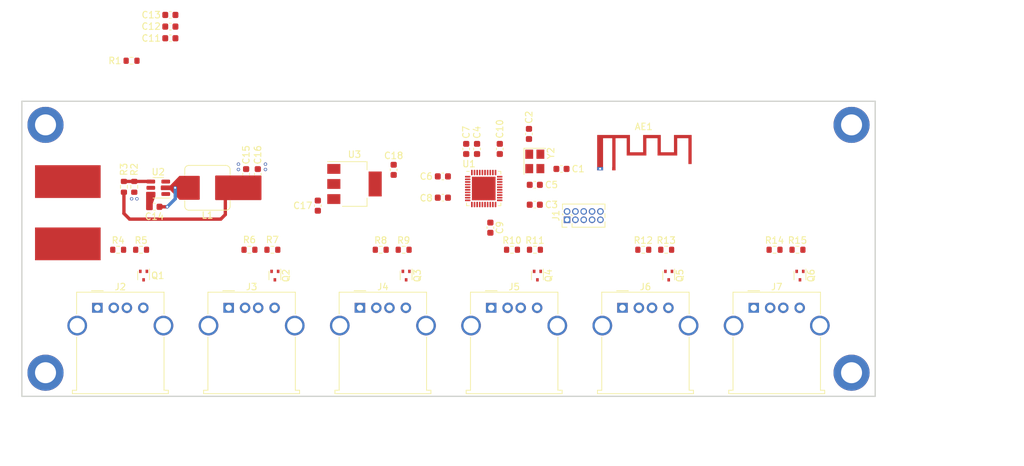
<source format=kicad_pcb>
(kicad_pcb (version 20221018) (generator pcbnew)
  (title_block (date "2023-12-17"))
  (layers (0 "F.Cu" signal) (31 "B.Cu" signal) (34 "B.Paste" user) (35 "F.Paste" user) (36 "B.SilkS" user "B.Silkscreen") (37 "F.SilkS" user "F.Silkscreen") (38 "B.Mask" user) (39 "F.Mask" user) (44 "Edge.Cuts" user))
  (net 0 "")
  (net 1 "GND")
  (net 2 "Net-(AE1-FEED)")
  (net 3 "Net-(U1-XC1)")
  (net 4 "Net-(U1-XC2)")
  (net 5 "Net-(U1-DEC5)")
  (net 6 "Net-(U1-DEC4)")
  (net 7 "Net-(U1-DEC3)")
  (net 8 "Net-(U1-DEC1)")
  (net 9 "+5V")
  (net 10 "VCC")
  (net 11 "/SWDIO")
  (net 12 "/SWDCLK")
  (net 16 "/~{RESET}")
  (net 19 "Net-(J2-GND)")
  (net 23 "Net-(J3-GND)")
  (net 27 "Net-(J4-GND)")
  (net 31 "Net-(J5-GND)")
  (net 35 "Net-(J6-GND)")
  (net 39 "Net-(J7-GND)")
  (net 41 "Net-(Q1-G)")
  (net 42 "Net-(Q2-G)")
  (net 43 "Net-(Q3-G)")
  (net 44 "Net-(Q4-G)")
  (net 45 "Net-(Q5-G)")
  (net 46 "Net-(Q6-G)")
  (net 47 "/USB Connectors/EN_1")
  (net 48 "/USB Connectors/EN_2")
  (net 49 "/USB Connectors/EN_3")
  (net 50 "/USB Connectors/EN_4")
  (net 51 "/USB Connectors/EN_5")
  (net 52 "/USB Connectors/EN_6")
  (net 68 "Net-(U2-VBST)")
  (net 69 "Net-(U2-SW)")
  (net 70 "Net-(U2-EN)")
  (net 71 "Net-(U2-VFB)")
  (net 72 "+3V3")
  (footprint "Capacitor_SMD:C_0603_1608Metric" (layer "F.Cu") (at 149.897 123.701 -90)
    (fp_text reference "C9" (at 0 -1.43 90) (layer "F.SilkS"))
    (fp_text value "0.1uF")
    (pad "1" smd roundrect (at -0.775 0 270) (size 0.9 0.95) (layers "F.Cu" "F.Paste" "F.Mask") (net 72 "+3V3"))
    (pad "2" smd roundrect (at 0.775 0 270) (size 0.9 0.95) (layers "F.Cu" "F.Paste" "F.Mask") (net 1 "GND"))
  )
  (footprint "Package_TO_SOT_SMD:SOT-223-3_TabPin2" (layer "F.Cu") (at 129.196 117.04)
    (fp_text reference "U3" (at 0 -4.5) (layer "F.SilkS"))
    (fp_text value "TLV1117LV33DCYR")
    (pad "1" smd rect (at -3.15 -2.3) (size 2 1.5) (layers "F.Cu" "F.Paste" "F.Mask") (net 1 "GND"))
    (pad "2" smd rect (at -3.15 0) (size 2 1.5) (layers "F.Cu" "F.Paste" "F.Mask") (net 72 "+3V3"))
    (pad "2" smd rect (at 3.15 0) (size 2 3.8) (layers "F.Cu" "F.Paste" "F.Mask") (net 72 "+3V3"))
    (pad "3" smd rect (at -3.15 2.3) (size 2 1.5) (layers "F.Cu" "F.Paste" "F.Mask") (net 9 "+5V"))
  )
  (footprint "Capacitor_SMD:C_0603_1608Metric" (layer "F.Cu") (at 101.142 93.037 180)
    (fp_text reference "C12" (at 2.934 0.03) (layer "F.SilkS"))
    (fp_text value "10uF")
    (pad "1" smd roundrect (at -0.775 0 180) (size 0.9 0.95) (layers "F.Cu" "F.Paste" "F.Mask") (net 10 "VCC"))
    (pad "2" smd roundrect (at 0.775 0 180) (size 0.9 0.95) (layers "F.Cu" "F.Paste" "F.Mask") (net 1 "GND"))
  )
  (footprint "Resistor_SMD:R_0603_1608Metric" (layer "F.Cu") (at 95.6426 117.4718 90)
    (fp_text reference "R2" (at 2.6416 0 90) (layer "F.SilkS"))
    (fp_text value "10K")
    (pad "1" smd roundrect (at -0.825 0 90) (size 0.8 0.95) (layers "F.Cu" "F.Paste" "F.Mask") (net 1 "GND"))
    (pad "2" smd roundrect (at 0.825 0 90) (size 0.8 0.95) (layers "F.Cu" "F.Paste" "F.Mask") (net 71 "Net-(U2-VFB)"))
  )
  (footprint "Capacitor_SMD:C_0603_1608Metric" (layer "F.Cu") (at 114.464 115.5414 -90)
    (fp_text reference "C16" (at -2.9464 0 90) (layer "F.SilkS"))
    (fp_text value "22uF")
    (pad "1" smd roundrect (at -0.775 0 270) (size 0.9 0.95) (layers "F.Cu" "F.Paste" "F.Mask") (net 1 "GND"))
    (pad "2" smd roundrect (at 0.775 0 270) (size 0.9 0.95) (layers "F.Cu" "F.Paste" "F.Mask") (net 9 "+5V"))
  )
  (footprint "Capacitor_SMD:C_0603_1608Metric" (layer "F.Cu") (at 123.608 120.342 -90)
    (fp_text reference "C17" (at 0 2.286 -180) (layer "F.SilkS"))
    (fp_text value "1uF")
    (pad "1" smd roundrect (at -0.775 0 270) (size 0.9 0.95) (layers "F.Cu" "F.Paste" "F.Mask") (net 9 "+5V"))
    (pad "2" smd roundrect (at 0.775 0 270) (size 0.9 0.95) (layers "F.Cu" "F.Paste" "F.Mask") (net 1 "GND"))
  )
  (footprint "Capacitor_SMD:C_0603_1608Metric" (layer "F.Cu") (at 135.165 114.881 90)
    (fp_text reference "C18" (at 2.159 0 180) (layer "F.SilkS"))
    (fp_text value "1uF")
    (pad "1" smd roundrect (at -0.775 0 90) (size 0.9 0.95) (layers "F.Cu" "F.Paste" "F.Mask") (net 72 "+3V3"))
    (pad "2" smd roundrect (at 0.775 0 90) (size 0.9 0.95) (layers "F.Cu" "F.Paste" "F.Mask") (net 1 "GND"))
  )
  (footprint "RF_Antenna:Texas_SWRA117D_2.4GHz_Right" (layer "F.Cu") (at 168.715 114.712)
    (fp_text reference "AE1" (at 4.55 -6.41) (layer "F.SilkS"))
    (fp_text value "Antenna")
    (fp_poly (pts (xy 2.45 -2.51) (xy 4.45 -2.51) (xy 4.45 -5.15) (xy 7.15 -5.15) (xy 7.15 -2.51) (xy 9.15 -2.51) (xy 9.15 -5.15) (xy 11.85 -5.15) (xy 11.85 -0.71) (xy 11.35 -0.71) (xy 11.35 -4.65) (xy 9.65 -4.65) (xy 9.65 -2.01) (xy 6.65 -2.01) (xy 6.65 -4.65) (xy 4.95 -4.65) (xy 4.95 -2.01) (xy 1.95 -2.01) (xy 1.95 -4.65) (xy 0.25 -4.65) (xy 0.25 0.25) (xy -0.25 0.25) (xy -0.25 -4.65) (xy -1.65 -4.65) (xy -1.65 0.25) (xy -2.55 0.25) (xy -2.55 0.006785) (xy -2.247583 0.006785) (xy -2.237742 0.054395) (xy -2.213674 0.096797) (xy -2.175731 0.129581) (xy -2.167819 0.133935) (xy -2.125156 0.146043) (xy -2.076637 0.1453) (xy -2.031122 0.1324) (xy -2.012511 0.121787) (xy -1.978868 0.086553) (xy -1.958309 0.041368) (xy -1.951778 -0.008158) (xy -1.960218 -0.056417) (xy -1.977112 -0.088643) (xy -2.012372 -0.121313) (xy -2.057682 -0.141408) (xy -2.107267 -0.147982) (xy -2.155353 -0.140092) (xy -2.188245 -0.123186) (xy -2.223185 -0.086416) (xy -2.242847 -0.041622) (xy -2.247583 0.006785) (xy -2.55 0.006785) (xy -2.55 -5.15) (xy 2.45 -5.15) (xy 2.45 -2.51)) (fill solid) (layer "F.Cu"))
    (pad "1" connect rect (at 0 0) (size 0.5 0.5) (layers "F.Cu") (net 2 "Net-(AE1-FEED)"))
    (pad "2" thru_hole rect (at -2.1 0) (size 0.9 0.5) (drill 0.3) (layers "*.Cu") (net 1 "GND"))
  )
  (footprint "Resistor_SMD:R_0603_1608Metric" (layer "F.Cu") (at 96.684 127.073)
    (fp_text reference "R5" (at 0 -1.43) (layer "F.SilkS"))
    (fp_text value "165")
    (pad "1" smd roundrect (at -0.825 0) (size 0.8 0.95) (layers "F.Cu" "F.Paste" "F.Mask") (net 47 "/USB Connectors/EN_1"))
    (pad "2" smd roundrect (at 0.825 0) (size 0.8 0.95) (layers "F.Cu" "F.Paste" "F.Mask") (net 41 "Net-(Q1-G)"))
  )
  (footprint "Connector_USB:USB_A_Molex_67643_Horizontal" (layer "F.Cu") (at 90.023 135.925)
    (fp_text reference "J2" (at 3.5 -3.19) (layer "F.SilkS"))
    (fp_text value "USB_A")
    (pad "1" thru_hole rect (at 0 0) (size 1.6 1.5) (drill 0.95) (layers "*.Cu" "*.Mask") (net 9 "+5V"))
    (pad "2" thru_hole circle (at 2.5 0) (size 1.6 1.6) (drill 0.95) (layers "*.Cu" "*.Mask"))
    (pad "3" thru_hole circle (at 4.5 0) (size 1.6 1.6) (drill 0.95) (layers "*.Cu" "*.Mask"))
    (pad "4" thru_hole circle (at 7 0) (size 1.6 1.6) (drill 0.95) (layers "*.Cu" "*.Mask") (net 19 "Net-(J2-GND)"))
    (pad "5" thru_hole circle (at -3.07 2.71) (size 3 3) (drill 2.3) (layers "*.Cu" "*.Mask"))
    (pad "5" thru_hole circle (at 10.07 2.71) (size 3 3) (drill 2.3) (layers "*.Cu" "*.Mask"))
  )
  (footprint "Resistor_SMD:R_0603_1608Metric" (layer "F.Cu") (at 153.191 127.073)
    (fp_text reference "R10" (at 0 -1.43) (layer "F.SilkS"))
    (fp_text value "10K")
    (pad "1" smd roundrect (at -0.825 0) (size 0.8 0.95) (layers "F.Cu" "F.Paste" "F.Mask") (net 1 "GND"))
    (pad "2" smd roundrect (at 0.825 0) (size 0.8 0.95) (layers "F.Cu" "F.Paste" "F.Mask") (net 50 "/USB Connectors/EN_4"))
  )
  (footprint "Package_TO_SOT_SMD:SOT-523" (layer "F.Cu") (at 137.065 131.01 -90)
    (fp_text reference "Q3" (at 0 -1.7 90) (layer "F.SilkS"))
    (fp_text value "DMG1012T")
    (pad "1" smd rect (at -0.645 -0.5 90) (size 0.51 0.4) (layers "F.Cu" "F.Paste" "F.Mask") (net 43 "Net-(Q3-G)"))
    (pad "2" smd rect (at -0.645 0.5 90) (size 0.51 0.4) (layers "F.Cu" "F.Paste" "F.Mask") (net 1 "GND"))
    (pad "3" smd rect (at 0.645 0 90) (size 0.51 0.4) (layers "F.Cu" "F.Paste" "F.Mask") (net 27 "Net-(J4-GND)"))
  )
  (footprint "Capacitor_SMD:C_0603_1608Metric" (layer "F.Cu") (at 156.665 117.167 180)
    (fp_text reference "C5" (at -2.54 0) (layer "F.SilkS"))
    (fp_text value "100pF")
    (pad "1" smd roundrect (at -0.775 0 180) (size 0.9 0.95) (layers "F.Cu" "F.Paste" "F.Mask") (net 1 "GND"))
    (pad "2" smd roundrect (at 0.775 0 180) (size 0.9 0.95) (layers "F.Cu" "F.Paste" "F.Mask") (net 7 "Net-(U1-DEC3)"))
  )
  (footprint "Package_TO_SOT_SMD:SOT-523" (layer "F.Cu") (at 117.065 131.01 -90)
    (fp_text reference "Q2" (at 0 -1.7 90) (layer "F.SilkS"))
    (fp_text value "DMG1012T")
    (pad "1" smd rect (at -0.645 -0.5 90) (size 0.51 0.4) (layers "F.Cu" "F.Paste" "F.Mask") (net 42 "Net-(Q2-G)"))
    (pad "2" smd rect (at -0.645 0.5 90) (size 0.51 0.4) (layers "F.Cu" "F.Paste" "F.Mask") (net 1 "GND"))
    (pad "3" smd rect (at 0.645 0 90) (size 0.51 0.4) (layers "F.Cu" "F.Paste" "F.Mask") (net 23 "Net-(J3-GND)"))
  )
  (footprint "Connector_Wire:SolderWirePad_1x01_SMD_5x10mm" (layer "F.Cu") (at 85.523 126.175 90)
    (fp_text reference "J9" hide)
    (fp_text value "Conn_01x01_Pin")
    (pad "1" smd rect (at 0 0 90) (size 5 10) (layers "F.Cu" "F.Paste" "F.Mask") (net 1 "GND"))
  )
  (footprint "MountingHole:MountingHole_3.2mm_M3_ISO14580_Pad" (layer "F.Cu") (at 82.123 145.825)
    (fp_text reference "H3" hide)
    (fp_text value "MountingHole_Pad")
    (pad "1" thru_hole circle (at 0 0) (size 5.5 5.5) (drill 3.2) (layers "*.Cu" "*.Mask") (net 1 "GND"))
  )
  (footprint "Inductor_SMD:L_Bourns_SRP7028A_7.3x6.6mm" (layer "F.Cu") (at 106.7932 117.6242 180)
    (fp_text reference "L1" (at 0 -4.2) (layer "F.SilkS"))
    (fp_text value "3.3uH")
    (pad "1" smd rect (at -2.725 0 180) (size 2.95 3.5) (layers "F.Cu" "F.Paste" "F.Mask") (net 9 "+5V"))
    (pad "2" smd rect (at 2.725 0 180) (size 2.95 3.5) (layers "F.Cu" "F.Paste" "F.Mask") (net 69 "Net-(U2-SW)"))
  )
  (footprint "MountingHole:MountingHole_3.2mm_M3_ISO14580_Pad" (layer "F.Cu") (at 82.123 108.025)
    (fp_text reference "H1" hide)
    (fp_text value "MountingHole_Pad")
    (pad "1" thru_hole circle (at 0 0) (size 5.5 5.5) (drill 3.2) (layers "*.Cu" "*.Mask") (net 1 "GND"))
  )
  (footprint "Capacitor_SMD:C_0603_1608Metric" (layer "F.Cu") (at 160.729 114.741 180)
    (fp_text reference "C1" (at -2.54 0) (layer "F.SilkS"))
    (fp_text value "20pF")
    (pad "1" smd roundrect (at -0.775 0 180) (size 0.9 0.95) (layers "F.Cu" "F.Paste" "F.Mask") (net 1 "GND"))
    (pad "2" smd roundrect (at 0.775 0 180) (size 0.9 0.95) (layers "F.Cu" "F.Paste" "F.Mask") (net 3 "Net-(U1-XC1)"))
  )
  (footprint "Connector_Wire:SolderWirePad_1x01_SMD_5x10mm" (layer "F.Cu") (at 85.523 116.675 90)
    (fp_text reference "J8" hide)
    (fp_text value "Conn_01x01_Pin")
    (pad "1" smd rect (at 0 0 90) (size 5 10) (layers "F.Cu" "F.Paste" "F.Mask") (net 10 "VCC"))
  )
  (footprint "Resistor_SMD:R_0603_1608Metric" (layer "F.Cu") (at 93.191 127.073)
    (fp_text reference "R4" (at 0 -1.43) (layer "F.SilkS"))
    (fp_text value "10K")
    (pad "1" smd roundrect (at -0.825 0) (size 0.8 0.95) (layers "F.Cu" "F.Paste" "F.Mask") (net 1 "GND"))
    (pad "2" smd roundrect (at 0.825 0) (size 0.8 0.95) (layers "F.Cu" "F.Paste" "F.Mask") (net 47 "/USB Connectors/EN_1"))
  )
  (footprint "Connector_USB:USB_A_Molex_67643_Horizontal" (layer "F.Cu") (at 150.023 135.925)
    (fp_text reference "J5" (at 3.5 -3.19) (layer "F.SilkS"))
    (fp_text value "USB_A")
    (pad "1" thru_hole rect (at 0 0) (size 1.6 1.5) (drill 0.95) (layers "*.Cu" "*.Mask") (net 9 "+5V"))
    (pad "2" thru_hole circle (at 2.5 0) (size 1.6 1.6) (drill 0.95) (layers "*.Cu" "*.Mask"))
    (pad "3" thru_hole circle (at 4.5 0) (size 1.6 1.6) (drill 0.95) (layers "*.Cu" "*.Mask"))
    (pad "4" thru_hole circle (at 7 0) (size 1.6 1.6) (drill 0.95) (layers "*.Cu" "*.Mask") (net 31 "Net-(J5-GND)"))
    (pad "5" thru_hole circle (at -3.07 2.71) (size 3 3) (drill 2.3) (layers "*.Cu" "*.Mask"))
    (pad "5" thru_hole circle (at 10.07 2.71) (size 3 3) (drill 2.3) (layers "*.Cu" "*.Mask"))
  )
  (footprint "Capacitor_SMD:C_0603_1608Metric" (layer "F.Cu") (at 142.658 115.885)
    (fp_text reference "C6" (at -2.54 0) (layer "F.SilkS"))
    (fp_text value "0.1uF")
    (pad "1" smd roundrect (at -0.775 0) (size 0.9 0.95) (layers "F.Cu" "F.Paste" "F.Mask") (net 1 "GND"))
    (pad "2" smd roundrect (at 0.775 0) (size 0.9 0.95) (layers "F.Cu" "F.Paste" "F.Mask") (net 8 "Net-(U1-DEC1)"))
  )
  (footprint "Capacitor_SMD:C_0603_1608Metric" (layer "F.Cu") (at 156.665 120.202 180)
    (fp_text reference "C3" (at -2.54 0) (layer "F.SilkS"))
    (fp_text value "820pF")
    (pad "1" smd roundrect (at -0.775 0 180) (size 0.9 0.95) (layers "F.Cu" "F.Paste" "F.Mask") (net 1 "GND"))
    (pad "2" smd roundrect (at 0.775 0 180) (size 0.9 0.95) (layers "F.Cu" "F.Paste" "F.Mask") (net 5 "Net-(U1-DEC5)"))
  )
  (footprint "Capacitor_SMD:C_0603_1608Metric" (layer "F.Cu") (at 155.776 109.407 -90)
    (fp_text reference "C2" (at -2.54 0 90) (layer "F.SilkS"))
    (fp_text value "20pF")
    (pad "1" smd roundrect (at -0.775 0 270) (size 0.9 0.95) (layers "F.Cu" "F.Paste" "F.Mask") (net 1 "GND"))
    (pad "2" smd roundrect (at 0.775 0 270) (size 0.9 0.95) (layers "F.Cu" "F.Paste" "F.Mask") (net 4 "Net-(U1-XC2)"))
  )
  (footprint "Capacitor_SMD:C_0603_1608Metric" (layer "F.Cu") (at 151.331 111.693 90)
    (fp_text reference "C10" (at 3.048 0 90) (layer "F.SilkS"))
    (fp_text value "0.1uF")
    (pad "1" smd roundrect (at -0.775 0 90) (size 0.9 0.95) (layers "F.Cu" "F.Paste" "F.Mask") (net 72 "+3V3"))
    (pad "2" smd roundrect (at 0.775 0 90) (size 0.9 0.95) (layers "F.Cu" "F.Paste" "F.Mask") (net 1 "GND"))
  )
  (footprint "Resistor_SMD:R_0603_1608Metric" (layer "F.Cu") (at 136.684 127.073)
    (fp_text reference "R9" (at 0 -1.43) (layer "F.SilkS"))
    (fp_text value "165")
    (pad "1" smd roundrect (at -0.825 0) (size 0.8 0.95) (layers "F.Cu" "F.Paste" "F.Mask") (net 49 "/USB Connectors/EN_3"))
    (pad "2" smd roundrect (at 0.825 0) (size 0.8 0.95) (layers "F.Cu" "F.Paste" "F.Mask") (net 43 "Net-(Q3-G)"))
  )
  (footprint "Connector_USB:USB_A_Molex_67643_Horizontal" (layer "F.Cu") (at 130.023 135.925)
    (fp_text reference "J4" (at 3.5 -3.19) (layer "F.SilkS"))
    (fp_text value "USB_A")
    (pad "1" thru_hole rect (at 0 0) (size 1.6 1.5) (drill 0.95) (layers "*.Cu" "*.Mask") (net 9 "+5V"))
    (pad "2" thru_hole circle (at 2.5 0) (size 1.6 1.6) (drill 0.95) (layers "*.Cu" "*.Mask"))
    (pad "3" thru_hole circle (at 4.5 0) (size 1.6 1.6) (drill 0.95) (layers "*.Cu" "*.Mask"))
    (pad "4" thru_hole circle (at 7 0) (size 1.6 1.6) (drill 0.95) (layers "*.Cu" "*.Mask") (net 27 "Net-(J4-GND)"))
    (pad "5" thru_hole circle (at -3.07 2.71) (size 3 3) (drill 2.3) (layers "*.Cu" "*.Mask"))
    (pad "5" thru_hole circle (at 10.07 2.71) (size 3 3) (drill 2.3) (layers "*.Cu" "*.Mask"))
  )
  (footprint "Resistor_SMD:R_0603_1608Metric" (layer "F.Cu") (at 113.191 127.073)
    (fp_text reference "R6" (at 0 -1.524 180) (layer "F.SilkS"))
    (fp_text value "10K")
    (pad "1" smd roundrect (at -0.825 0) (size 0.8 0.95) (layers "F.Cu" "F.Paste" "F.Mask") (net 1 "GND"))
    (pad "2" smd roundrect (at 0.825 0) (size 0.8 0.95) (layers "F.Cu" "F.Paste" "F.Mask") (net 48 "/USB Connectors/EN_2"))
  )
  (footprint "Package_TO_SOT_SMD:SOT-523" (layer "F.Cu") (at 157.065 131.01 -90)
    (fp_text reference "Q4" (at 0 -1.7 90) (layer "F.SilkS"))
    (fp_text value "DMG1012T")
    (pad "1" smd rect (at -0.645 -0.5 90) (size 0.51 0.4) (layers "F.Cu" "F.Paste" "F.Mask") (net 44 "Net-(Q4-G)"))
    (pad "2" smd rect (at -0.645 0.5 90) (size 0.51 0.4) (layers "F.Cu" "F.Paste" "F.Mask") (net 1 "GND"))
    (pad "3" smd rect (at 0.645 0 90) (size 0.51 0.4) (layers "F.Cu" "F.Paste" "F.Mask") (net 31 "Net-(J5-GND)"))
  )
  (footprint "Resistor_SMD:R_0603_1608Metric" (layer "F.Cu") (at 94.0678 117.4718 -90)
    (fp_text reference "R3" (at -2.667 0 90) (layer "F.SilkS"))
    (fp_text value "54.9K")
    (pad "1" smd roundrect (at -0.825 0 270) (size 0.8 0.95) (layers "F.Cu" "F.Paste" "F.Mask") (net 71 "Net-(U2-VFB)"))
    (pad "2" smd roundrect (at 0.825 0 270) (size 0.8 0.95) (layers "F.Cu" "F.Paste" "F.Mask") (net 9 "+5V"))
  )
  (footprint "Package_TO_SOT_SMD:SOT-523" (layer "F.Cu") (at 197.065 131.01 -90)
    (fp_text reference "Q6" (at 0 -1.7 90) (layer "F.SilkS"))
    (fp_text value "DMG1012T")
    (pad "1" smd rect (at -0.645 -0.5 90) (size 0.51 0.4) (layers "F.Cu" "F.Paste" "F.Mask") (net 46 "Net-(Q6-G)"))
    (pad "2" smd rect (at -0.645 0.5 90) (size 0.51 0.4) (layers "F.Cu" "F.Paste" "F.Mask") (net 1 "GND"))
    (pad "3" smd rect (at 0.645 0 90) (size 0.51 0.4) (layers "F.Cu" "F.Paste" "F.Mask") (net 39 "Net-(J7-GND)"))
  )
  (footprint "Crystal:Crystal_SMD_3225-4Pin_3.2x2.5mm" (layer "F.Cu") (at 156.665 113.598 -90)
    (fp_text reference "Y2" (at -1.257 -2.45 90) (layer "F.SilkS"))
    (fp_text value "Crystal_GND24")
    (pad "1" smd rect (at -1.1 0.85 270) (size 1.4 1.2) (layers "F.Cu" "F.Paste" "F.Mask") (net 4 "Net-(U1-XC2)"))
    (pad "2" smd rect (at 1.1 0.85 270) (size 1.4 1.2) (layers "F.Cu" "F.Paste" "F.Mask") (net 1 "GND"))
    (pad "3" smd rect (at 1.1 -0.85 270) (size 1.4 1.2) (layers "F.Cu" "F.Paste" "F.Mask") (net 3 "Net-(U1-XC1)"))
    (pad "4" smd rect (at -1.1 -0.85 270) (size 1.4 1.2) (layers "F.Cu" "F.Paste" "F.Mask") (net 1 "GND"))
  )
  (footprint "Resistor_SMD:R_0603_1608Metric" (layer "F.Cu") (at 95.231 98.244)
    (fp_text reference "R1" (at -2.54 0) (layer "F.SilkS"))
    (fp_text value "10K")
    (pad "1" smd roundrect (at -0.825 0) (size 0.8 0.95) (layers "F.Cu" "F.Paste" "F.Mask") (net 10 "VCC"))
    (pad "2" smd roundrect (at 0.825 0) (size 0.8 0.95) (layers "F.Cu" "F.Paste" "F.Mask") (net 70 "Net-(U2-EN)"))
  )
  (footprint "Connector_PinHeader_1.27mm:PinHeader_2x05_P1.27mm_Vertical" (layer "F.Cu") (at 161.581 122.501 90)
    (fp_text reference "J1" (at 0.635 -1.695 90) (layer "F.SilkS"))
    (fp_text value "Conn_02x05_Odd_Even")
    (pad "1" thru_hole rect (at 0 0 90) (size 1 1) (drill 0.65) (layers "*.Cu" "*.Mask") (net 72 "+3V3"))
    (pad "2" thru_hole oval (at 1.27 0 90) (size 1 1) (drill 0.65) (layers "*.Cu" "*.Mask") (net 11 "/SWDIO"))
    (pad "3" thru_hole oval (at 0 1.27 90) (size 1 1) (drill 0.65) (layers "*.Cu" "*.Mask") (net 1 "GND"))
    (pad "4" thru_hole oval (at 1.27 1.27 90) (size 1 1) (drill 0.65) (layers "*.Cu" "*.Mask") (net 12 "/SWDCLK"))
    (pad "5" thru_hole oval (at 0 2.54 90) (size 1 1) (drill 0.65) (layers "*.Cu" "*.Mask") (net 1 "GND"))
    (pad "6" thru_hole oval (at 1.27 2.54 90) (size 1 1) (drill 0.65) (layers "*.Cu" "*.Mask"))
    (pad "7" thru_hole oval (at 0 3.81 90) (size 1 1) (drill 0.65) (layers "*.Cu" "*.Mask"))
    (pad "8" thru_hole oval (at 1.27 3.81 90) (size 1 1) (drill 0.65) (layers "*.Cu" "*.Mask"))
    (pad "9" thru_hole oval (at 0 5.08 90) (size 1 1) (drill 0.65) (layers "*.Cu" "*.Mask") (net 1 "GND"))
    (pad "10" thru_hole oval (at 1.27 5.08 90) (size 1 1) (drill 0.65) (layers "*.Cu" "*.Mask") (net 16 "/~{RESET}"))
  )
  (footprint "Resistor_SMD:R_0603_1608Metric" (layer "F.Cu") (at 196.684 127.073)
    (fp_text reference "R15" (at 0 -1.43) (layer "F.SilkS"))
    (fp_text value "165")
    (pad "1" smd roundrect (at -0.825 0) (size 0.8 0.95) (layers "F.Cu" "F.Paste" "F.Mask") (net 52 "/USB Connectors/EN_6"))
    (pad "2" smd roundrect (at 0.825 0) (size 0.8 0.95) (layers "F.Cu" "F.Paste" "F.Mask") (net 46 "Net-(Q6-G)"))
  )
  (footprint "Resistor_SMD:R_0603_1608Metric" (layer "F.Cu") (at 176.684 127.073)
    (fp_text reference "R13" (at 0 -1.43) (layer "F.SilkS"))
    (fp_text value "165")
    (pad "1" smd roundrect (at -0.825 0) (size 0.8 0.95) (layers "F.Cu" "F.Paste" "F.Mask") (net 51 "/USB Connectors/EN_5"))
    (pad "2" smd roundrect (at 0.825 0) (size 0.8 0.95) (layers "F.Cu" "F.Paste" "F.Mask") (net 45 "Net-(Q5-G)"))
  )
  (footprint "Package_TO_SOT_SMD:SOT-23-6" (layer "F.Cu") (at 99.3002 117.6242 180)
    (fp_text reference "U2" (at 0 2.413 180) (layer "F.SilkS"))
    (fp_text value "TPS565208")
    (pad "1" smd roundrect (at -1.1375 -0.95 180) (size 1.325 0.6) (layers "F.Cu" "F.Paste" "F.Mask") (net 1 "GND"))
    (pad "2" smd roundrect (at -1.1375 0 180) (size 1.325 0.6) (layers "F.Cu" "F.Paste" "F.Mask") (net 69 "Net-(U2-SW)"))
    (pad "3" smd roundrect (at -1.1375 0.95 180) (size 1.325 0.6) (layers "F.Cu" "F.Paste" "F.Mask") (net 10 "VCC"))
    (pad "4" smd roundrect (at 1.1375 0.95 180) (size 1.325 0.6) (layers "F.Cu" "F.Paste" "F.Mask") (net 71 "Net-(U2-VFB)"))
    (pad "5" smd roundrect (at 1.1375 0 180) (size 1.325 0.6) (layers "F.Cu" "F.Paste" "F.Mask") (net 70 "Net-(U2-EN)"))
    (pad "6" smd roundrect (at 1.1375 -0.95 180) (size 1.325 0.6) (layers "F.Cu" "F.Paste" "F.Mask") (net 68 "Net-(U2-VBST)"))
  )
  (footprint "Capacitor_SMD:C_0603_1608Metric" (layer "F.Cu") (at 98.716 120.5198)
    (fp_text reference "C14" (at 0 1.4732) (layer "F.SilkS"))
    (fp_text value "0.1uF")
    (pad "1" smd roundrect (at -0.775 0) (size 0.9 0.95) (layers "F.Cu" "F.Paste" "F.Mask") (net 68 "Net-(U2-VBST)"))
    (pad "2" smd roundrect (at 0.775 0) (size 0.9 0.95) (layers "F.Cu" "F.Paste" "F.Mask") (net 69 "Net-(U2-SW)"))
  )
  (footprint "Connector_USB:USB_A_Molex_67643_Horizontal" (layer "F.Cu") (at 110.023 135.925)
    (fp_text reference "J3" (at 3.5 -3.19) (layer "F.SilkS"))
    (fp_text value "USB_A")
    (pad "1" thru_hole rect (at 0 0) (size 1.6 1.5) (drill 0.95) (layers "*.Cu" "*.Mask") (net 9 "+5V"))
    (pad "2" thru_hole circle (at 2.5 0) (size 1.6 1.6) (drill 0.95) (layers "*.Cu" "*.Mask"))
    (pad "3" thru_hole circle (at 4.5 0) (size 1.6 1.6) (drill 0.95) (layers "*.Cu" "*.Mask"))
    (pad "4" thru_hole circle (at 7 0) (size 1.6 1.6) (drill 0.95) (layers "*.Cu" "*.Mask") (net 23 "Net-(J3-GND)"))
    (pad "5" thru_hole circle (at -3.07 2.71) (size 3 3) (drill 2.3) (layers "*.Cu" "*.Mask"))
    (pad "5" thru_hole circle (at 10.07 2.71) (size 3 3) (drill 2.3) (layers "*.Cu" "*.Mask"))
  )
  (footprint "Capacitor_SMD:C_0603_1608Metric" (layer "F.Cu") (at 101.142 94.815 180)
    (fp_text reference "C11" (at 2.921 0) (layer "F.SilkS"))
    (fp_text value "10uF")
    (pad "1" smd roundrect (at -0.775 0 180) (size 0.9 0.95) (layers "F.Cu" "F.Paste" "F.Mask") (net 10 "VCC"))
    (pad "2" smd roundrect (at 0.775 0 180) (size 0.9 0.95) (layers "F.Cu" "F.Paste" "F.Mask") (net 1 "GND"))
  )
  (footprint "Resistor_SMD:R_0603_1608Metric" (layer "F.Cu") (at 133.191 127.073)
    (fp_text reference "R8" (at 0 -1.43) (layer "F.SilkS"))
    (fp_text value "10K")
    (pad "1" smd roundrect (at -0.825 0) (size 0.8 0.95) (layers "F.Cu" "F.Paste" "F.Mask") (net 1 "GND"))
    (pad "2" smd roundrect (at 0.825 0) (size 0.8 0.95) (layers "F.Cu" "F.Paste" "F.Mask") (net 49 "/USB Connectors/EN_3"))
  )
  (footprint "Capacitor_SMD:C_0603_1608Metric" (layer "F.Cu") (at 112.686 115.5414 -90)
    (fp_text reference "C15" (at -2.9464 0 -90) (layer "F.SilkS"))
    (fp_text value "22uF")
    (pad "1" smd roundrect (at -0.775 0 270) (size 0.9 0.95) (layers "F.Cu" "F.Paste" "F.Mask") (net 1 "GND"))
    (pad "2" smd roundrect (at 0.775 0 270) (size 0.9 0.95) (layers "F.Cu" "F.Paste" "F.Mask") (net 9 "+5V"))
  )
  (footprint "Resistor_SMD:R_0603_1608Metric" (layer "F.Cu") (at 156.684 127.073)
    (fp_text reference "R11" (at 0 -1.43) (layer "F.SilkS"))
    (fp_text value "165")
    (pad "1" smd roundrect (at -0.825 0) (size 0.8 0.95) (layers "F.Cu" "F.Paste" "F.Mask") (net 50 "/USB Connectors/EN_4"))
    (pad "2" smd roundrect (at 0.825 0) (size 0.8 0.95) (layers "F.Cu" "F.Paste" "F.Mask") (net 44 "Net-(Q4-G)"))
  )
  (footprint "Package_TO_SOT_SMD:SOT-523" (layer "F.Cu") (at 97.065 131.01 -90)
    (fp_text reference "Q1" (at 0 -2.159 -180) (layer "F.SilkS"))
    (fp_text value "DMG1012T")
    (pad "1" smd rect (at -0.645 -0.5 90) (size 0.51 0.4) (layers "F.Cu" "F.Paste" "F.Mask") (net 41 "Net-(Q1-G)"))
    (pad "2" smd rect (at -0.645 0.5 90) (size 0.51 0.4) (layers "F.Cu" "F.Paste" "F.Mask") (net 1 "GND"))
    (pad "3" smd rect (at 0.645 0 90) (size 0.51 0.4) (layers "F.Cu" "F.Paste" "F.Mask") (net 19 "Net-(J2-GND)"))
  )
  (footprint "MountingHole:MountingHole_3.2mm_M3_ISO14580_Pad" (layer "F.Cu") (at 204.923 108.025)
    (fp_text reference "H2" hide)
    (fp_text value "MountingHole_Pad")
    (pad "1" thru_hole circle (at 0 0) (size 5.5 5.5) (drill 3.2) (layers "*.Cu" "*.Mask") (net 1 "GND"))
  )
  (footprint "Connector_USB:USB_A_Molex_67643_Horizontal" (layer "F.Cu") (at 190.023 135.925)
    (fp_text reference "J7" (at 3.5 -3.19) (layer "F.SilkS"))
    (fp_text value "USB_A")
    (pad "1" thru_hole rect (at 0 0) (size 1.6 1.5) (drill 0.95) (layers "*.Cu" "*.Mask") (net 9 "+5V"))
    (pad "2" thru_hole circle (at 2.5 0) (size 1.6 1.6) (drill 0.95) (layers "*.Cu" "*.Mask"))
    (pad "3" thru_hole circle (at 4.5 0) (size 1.6 1.6) (drill 0.95) (layers "*.Cu" "*.Mask"))
    (pad "4" thru_hole circle (at 7 0) (size 1.6 1.6) (drill 0.95) (layers "*.Cu" "*.Mask") (net 39 "Net-(J7-GND)"))
    (pad "5" thru_hole circle (at -3.07 2.71) (size 3 3) (drill 2.3) (layers "*.Cu" "*.Mask"))
    (pad "5" thru_hole circle (at 10.07 2.71) (size 3 3) (drill 2.3) (layers "*.Cu" "*.Mask"))
  )
  (footprint "Package_TO_SOT_SMD:SOT-523" (layer "F.Cu") (at 177.065 131.01 -90)
    (fp_text reference "Q5" (at 0 -1.7 90) (layer "F.SilkS"))
    (fp_text value "DMG1012T")
    (pad "1" smd rect (at -0.645 -0.5 90) (size 0.51 0.4) (layers "F.Cu" "F.Paste" "F.Mask") (net 45 "Net-(Q5-G)"))
    (pad "2" smd rect (at -0.645 0.5 90) (size 0.51 0.4) (layers "F.Cu" "F.Paste" "F.Mask") (net 1 "GND"))
    (pad "3" smd rect (at 0.645 0 90) (size 0.51 0.4) (layers "F.Cu" "F.Paste" "F.Mask") (net 35 "Net-(J6-GND)"))
  )
  (footprint "Capacitor_SMD:C_0603_1608Metric" (layer "F.Cu") (at 147.865 111.693 -90)
    (fp_text reference "C4" (at -2.54 0 90) (layer "F.SilkS"))
    (fp_text value "1uF")
    (pad "1" smd roundrect (at -0.775 0 270) (size 0.9 0.95) (layers "F.Cu" "F.Paste" "F.Mask") (net 1 "GND"))
    (pad "2" smd roundrect (at 0.775 0 270) (size 0.9 0.95) (layers "F.Cu" "F.Paste" "F.Mask") (net 6 "Net-(U1-DEC4)"))
  )
  (footprint "Connector_USB:USB_A_Molex_67643_Horizontal" (layer "F.Cu") (at 170.023 135.925)
    (fp_text reference "J6" (at 3.5 -3.19) (layer "F.SilkS"))
    (fp_text value "USB_A")
    (pad "1" thru_hole rect (at 0 0) (size 1.6 1.5) (drill 0.95) (layers "*.Cu" "*.Mask") (net 9 "+5V"))
    (pad "2" thru_hole circle (at 2.5 0) (size 1.6 1.6) (drill 0.95) (layers "*.Cu" "*.Mask"))
    (pad "3" thru_hole circle (at 4.5 0) (size 1.6 1.6) (drill 0.95) (layers "*.Cu" "*.Mask"))
    (pad "4" thru_hole circle (at 7 0) (size 1.6 1.6) (drill 0.95) (layers "*.Cu" "*.Mask") (net 35 "Net-(J6-GND)"))
    (pad "5" thru_hole circle (at -3.07 2.71) (size 3 3) (drill 2.3) (layers "*.Cu" "*.Mask"))
    (pad "5" thru_hole circle (at 10.07 2.71) (size 3 3) (drill 2.3) (layers "*.Cu" "*.Mask"))
  )
  (footprint "Resistor_SMD:R_0603_1608Metric" (layer "F.Cu") (at 193.191 127.073)
    (fp_text reference "R14" (at 0 -1.43) (layer "F.SilkS"))
    (fp_text value "10K")
    (pad "1" smd roundrect (at -0.825 0) (size 0.8 0.95) (layers "F.Cu" "F.Paste" "F.Mask") (net 1 "GND"))
    (pad "2" smd roundrect (at 0.825 0) (size 0.8 0.95) (layers "F.Cu" "F.Paste" "F.Mask") (net 52 "/USB Connectors/EN_6"))
  )
  (footprint "MountingHole:MountingHole_3.2mm_M3_ISO14580_Pad" (layer "F.Cu") (at 204.923 145.825)
    (fp_text reference "H4" hide)
    (fp_text value "MountingHole_Pad")
    (pad "1" thru_hole circle (at 0 0) (size 5.5 5.5) (drill 3.2) (layers "*.Cu" "*.Mask") (net 1 "GND"))
  )
  (footprint "Resistor_SMD:R_0603_1608Metric" (layer "F.Cu") (at 116.684 127.073)
    (fp_text reference "R7" (at 0 -1.524) (layer "F.SilkS"))
    (fp_text value "165")
    (pad "1" smd roundrect (at -0.825 0) (size 0.8 0.95) (layers "F.Cu" "F.Paste" "F.Mask") (net 48 "/USB Connectors/EN_2"))
    (pad "2" smd roundrect (at 0.825 0) (size 0.8 0.95) (layers "F.Cu" "F.Paste" "F.Mask") (net 42 "Net-(Q2-G)"))
  )
  (footprint "Capacitor_SMD:C_0603_1608Metric" (layer "F.Cu") (at 146.214 111.693 90)
    (fp_text reference "C7" (at 2.54 0 90) (layer "F.SilkS"))
    (fp_text value "1uF")
    (pad "1" smd roundrect (at -0.775 0 90) (size 0.9 0.95) (layers "F.Cu" "F.Paste" "F.Mask") (net 72 "+3V3"))
    (pad "2" smd roundrect (at 0.775 0 90) (size 0.9 0.95) (layers "F.Cu" "F.Paste" "F.Mask") (net 1 "GND"))
  )
  (footprint "Capacitor_SMD:C_0603_1608Metric" (layer "F.Cu") (at 142.658 119.129 180)
    (fp_text reference "C8" (at 2.54 -0.058) (layer "F.SilkS"))
    (fp_text value "4.7uF")
    (pad "1" smd roundrect (at -0.775 0 180) (size 0.9 0.95) (layers "F.Cu" "F.Paste" "F.Mask") (net 72 "+3V3"))
    (pad "2" smd roundrect (at 0.775 0 180) (size 0.9 0.95) (layers "F.Cu" "F.Paste" "F.Mask") (net 1 "GND"))
  )
  (footprint "Package_DFN_QFN:QFN-40-1EP_5x5mm_P0.4mm_EP3.6x3.6mm" (layer "F.Cu") (at 148.881 117.732)
    (fp_text reference "U1" (at -2.249 -3.753) (layer "F.SilkS"))
    (fp_text value "nRF52820-QDxx")
    (pad "1" smd roundrect (at -2.4375 -1.8) (size 0.825 0.25) (layers "F.Cu" "F.Paste" "F.Mask") (net 8 "Net-(U1-DEC1)"))
    (pad "2" smd roundrect (at -2.4375 -1.4) (size 0.825 0.25) (layers "F.Cu" "F.Paste" "F.Mask") (net 47 "/USB Connectors/EN_1"))
    (pad "3" smd roundrect (at -2.4375 -1) (size 0.825 0.25) (layers "F.Cu" "F.Paste" "F.Mask") (net 48 "/USB Connectors/EN_2"))
    (pad "4" smd roundrect (at -2.4375 -0.6) (size 0.825 0.25) (layers "F.Cu" "F.Paste" "F.Mask") (net 51 "/USB Connectors/EN_5"))
    (pad "5" smd roundrect (at -2.4375 -0.2) (size 0.825 0.25) (layers "F.Cu" "F.Paste" "F.Mask") (net 52 "/USB Connectors/EN_6"))
    (pad "6" smd roundrect (at -2.4375 0.2) (size 0.825 0.25) (layers "F.Cu" "F.Paste" "F.Mask"))
    (pad "7" smd roundrect (at -2.4375 0.6) (size 0.825 0.25) (layers "F.Cu" "F.Paste" "F.Mask"))
    (pad "8" smd roundrect (at -2.4375 1) (size 0.825 0.25) (layers "F.Cu" "F.Paste" "F.Mask") (net 72 "+3V3"))
    (pad "9" smd roundrect (at -2.4375 1.4) (size 0.825 0.25) (layers "F.Cu" "F.Paste" "F.Mask") (net 72 "+3V3"))
    (pad "10" smd roundrect (at -2.4375 1.8) (size 0.825 0.25) (layers "F.Cu" "F.Paste" "F.Mask") (net 1 "GND"))
    (pad "11" smd roundrect (at -1.8 2.4375) (size 0.25 0.825) (layers "F.Cu" "F.Paste" "F.Mask"))
    (pad "12" smd roundrect (at -1.4 2.4375) (size 0.25 0.825) (layers "F.Cu" "F.Paste" "F.Mask"))
    (pad "13" smd roundrect (at -1 2.4375) (size 0.25 0.825) (layers "F.Cu" "F.Paste" "F.Mask"))
    (pad "14" smd roundrect (at -0.6 2.4375) (size 0.25 0.825) (layers "F.Cu" "F.Paste" "F.Mask"))
    (pad "15" smd roundrect (at -0.2 2.4375) (size 0.25 0.825) (layers "F.Cu" "F.Paste" "F.Mask"))
    (pad "16" smd roundrect (at 0.2 2.4375) (size 0.25 0.825) (layers "F.Cu" "F.Paste" "F.Mask") (net 16 "/~{RESET}"))
    (pad "17" smd roundrect (at 0.6 2.4375) (size 0.25 0.825) (layers "F.Cu" "F.Paste" "F.Mask"))
    (pad "18" smd roundrect (at 1 2.4375) (size 0.25 0.825) (layers "F.Cu" "F.Paste" "F.Mask") (net 72 "+3V3"))
    (pad "19" smd roundrect (at 1.4 2.4375) (size 0.25 0.825) (layers "F.Cu" "F.Paste" "F.Mask") (net 11 "/SWDIO"))
    (pad "20" smd roundrect (at 1.8 2.4375) (size 0.25 0.825) (layers "F.Cu" "F.Paste" "F.Mask") (net 12 "/SWDCLK"))
    (pad "21" smd roundrect (at 2.4375 1.8) (size 0.825 0.25) (layers "F.Cu" "F.Paste" "F.Mask") (net 5 "Net-(U1-DEC5)"))
    (pad "22" smd roundrect (at 2.4375 1.4) (size 0.825 0.25) (layers "F.Cu" "F.Paste" "F.Mask"))
    (pad "23" smd roundrect (at 2.4375 1) (size 0.825 0.25) (layers "F.Cu" "F.Paste" "F.Mask"))
    (pad "24" smd roundrect (at 2.4375 0.6) (size 0.825 0.25) (layers "F.Cu" "F.Paste" "F.Mask") (net 2 "Net-(AE1-FEED)"))
    (pad "25" smd roundrect (at 2.4375 0.2) (size 0.825 0.25) (layers "F.Cu" "F.Paste" "F.Mask") (net 1 "GND"))
    (pad "26" smd roundrect (at 2.4375 -0.2) (size 0.825 0.25) (layers "F.Cu" "F.Paste" "F.Mask") (net 6 "Net-(U1-DEC4)"))
    (pad "27" smd roundrect (at 2.4375 -0.6) (size 0.825 0.25) (layers "F.Cu" "F.Paste" "F.Mask") (net 7 "Net-(U1-DEC3)"))
    (pad "28" smd roundrect (at 2.4375 -1) (size 0.825 0.25) (layers "F.Cu" "F.Paste" "F.Mask") (net 3 "Net-(U1-XC1)"))
    (pad "29" smd roundrect (at 2.4375 -1.4) (size 0.825 0.25) (layers "F.Cu" "F.Paste" "F.Mask") (net 4 "Net-(U1-XC2)"))
    (pad "30" smd roundrect (at 2.4375 -1.8) (size 0.825 0.25) (layers "F.Cu" "F.Paste" "F.Mask") (net 72 "+3V3"))
    (pad "31" smd roundrect (at 1.8 -2.4375) (size 0.25 0.825) (layers "F.Cu" "F.Paste" "F.Mask"))
    (pad "32" smd roundrect (at 1.4 -2.4375) (size 0.25 0.825) (layers "F.Cu" "F.Paste" "F.Mask"))
    (pad "33" smd roundrect (at 1 -2.4375) (size 0.25 0.825) (layers "F.Cu" "F.Paste" "F.Mask"))
    (pad "34" smd roundrect (at 0.6 -2.4375) (size 0.25 0.825) (layers "F.Cu" "F.Paste" "F.Mask"))
    (pad "35" smd roundrect (at 0.2 -2.4375) (size 0.25 0.825) (layers "F.Cu" "F.Paste" "F.Mask") (net 50 "/USB Connectors/EN_4"))
    (pad "36" smd roundrect (at -0.2 -2.4375) (size 0.25 0.825) (layers "F.Cu" "F.Paste" "F.Mask") (net 49 "/USB Connectors/EN_3"))
    (pad "37" smd roundrect (at -0.6 -2.4375) (size 0.25 0.825) (layers "F.Cu" "F.Paste" "F.Mask") (net 1 "GND"))
    (pad "38" smd roundrect (at -1 -2.4375) (size 0.25 0.825) (layers "F.Cu" "F.Paste" "F.Mask") (net 6 "Net-(U1-DEC4)"))
    (pad "39" smd roundrect (at -1.4 -2.4375) (size 0.25 0.825) (layers "F.Cu" "F.Paste" "F.Mask"))
    (pad "40" smd roundrect (at -1.8 -2.4375) (size 0.25 0.825) (layers "F.Cu" "F.Paste" "F.Mask") (net 72 "+3V3"))
    (pad "41" smd rect (at 0 0) (size 3.6 3.6) (layers "F.Cu" "F.Mask") (net 1 "GND"))
  )
  (footprint "Capacitor_SMD:C_0603_1608Metric" (layer "F.Cu") (at 101.142 91.259 180)
    (fp_text reference "C13" (at 2.921 0) (layer "F.SilkS"))
    (fp_text value "0.1uF")
    (pad "1" smd roundrect (at -0.775 0 180) (size 0.9 0.95) (layers "F.Cu" "F.Paste" "F.Mask") (net 10 "VCC"))
    (pad "2" smd roundrect (at 0.775 0 180) (size 0.9 0.95) (layers "F.Cu" "F.Paste" "F.Mask") (net 1 "GND"))
  )
  (footprint "Resistor_SMD:R_0603_1608Metric" (layer "F.Cu") (at 173.191 127.073)
    (fp_text reference "R12" (at 0 -1.43) (layer "F.SilkS"))
    (fp_text value "10K")
    (pad "1" smd roundrect (at -0.825 0) (size 0.8 0.95) (layers "F.Cu" "F.Paste" "F.Mask") (net 1 "GND"))
    (pad "2" smd roundrect (at 0.825 0) (size 0.8 0.95) (layers "F.Cu" "F.Paste" "F.Mask") (net 51 "/USB Connectors/EN_5"))
  )
  (gr_line locked (start 208.523 149.425) (end 78.523 149.425) (stroke (width 0.2)) (layer "Edge.Cuts"))
  (gr_line locked (start 78.523 149.425) (end 78.523 104.425) (stroke (width 0.2)) (layer "Edge.Cuts"))
  (gr_line locked (start 208.523 104.425) (end 208.523 149.425) (stroke (width 0.2)) (layer "Edge.Cuts"))
  (gr_line locked (start 78.523 104.425) (end 208.523 104.425) (stroke (width 0.2)) (layer "Edge.Cuts"))
  (via (at 115.6324 114.8302) (size 0.5) (drill 0.3) (layers "F.Cu" "B.Cu") (net 0))
  (via (at 95.2362 119.3006) (size 0.5) (drill 0.3) (layers "F.Cu" "B.Cu") (net 0))
  (via (at 111.5176 114.0174) (size 0.5) (drill 0.3) (layers "F.Cu" "B.Cu") (net 0))
  (via (at 111.517602 114.8302) (size 0.5) (drill 0.3) (layers "F.Cu" "B.Cu") (net 0))
  (via (at 115.6324 114.0174) (size 0.5) (drill 0.3) (layers "F.Cu" "B.Cu") (net 0))
  (via (at 96.048998 119.3006) (size 0.5) (drill 0.3) (layers "F.Cu" "B.Cu") (net 0))
  (segment (start 108.8252 122.3994) (end 109.5182 121.7064) (width 0.508) (layer "F.Cu") (net 9))
  (segment (start 109.5182 121.7064) (end 109.5182 117.6242) (width 0.508) (layer "F.Cu") (net 9))
  (segment (start 94.9314 122.3994) (end 108.8252 122.3994) (width 0.508) (layer "F.Cu") (net 9))
  (segment (start 94.0678 118.2968) (end 94.0678 121.5358) (width 0.508) (layer "F.Cu") (net 9))
  (segment (start 94.0678 121.5358) (end 94.9314 122.3994) (width 0.508) (layer "F.Cu") (net 9))
  (segment (start 99.491 120.5198) (end 100.6718 120.5198) (width 0.508) (layer "F.Cu") (net 69))
  (segment (start 100.4377 117.6242) (end 101.8656 117.6242) (width 0.508) (layer "F.Cu") (net 69))
  (via (at 100.6718 120.5198) (size 0.5) (drill 0.3) (layers "F.Cu" "B.Cu") (net 69))
  (via (at 101.8656 117.6242) (size 0.5) (drill 0.3) (layers "F.Cu" "B.Cu") (net 69))
  (segment (start 101.891 119.3006) (end 100.6718 120.5198) (width 0.508) (layer "B.Cu") (net 69))
  (segment (start 101.8656 117.6242) (end 101.891 117.6496) (width 0.508) (layer "B.Cu") (net 69))
  (segment (start 101.891 117.6496) (end 101.891 119.3006) (width 0.508) (layer "B.Cu") (net 69))
  (segment (start 94.0678 116.6468) (end 98.1353 116.6468) (width 0.508) (layer "F.Cu") (net 71))
  (segment (start 98.1353 116.6468) (end 98.1627 116.6742) (width 0.508) (layer "F.Cu") (net 71))
  (zone (net 69) (net_name "Net-(U2-SW)") (layer "F.Cu") (priority 1) (connect_pads (clearance 0)) (min_thickness 0.25) (fill yes (thermal_gap 0.5) (thermal_bridge_width 0.5))
    (polygon (pts (xy 99.6812 117.2686) (xy 101.1036 117.2686) (xy 102.526 115.7954) (xy 105.6248 115.7954) (xy 105.6248 119.453) (xy 102.526 119.453) (xy 101.1036 117.9798) (xy 99.6812 117.9798)))
  )
  (zone (net 9) (net_name "+5V") (layer "F.Cu") (priority 1) (connect_pads (clearance 0)) (min_thickness 0.25) (fill yes (thermal_gap 0.5) (thermal_bridge_width 0.5))
    (polygon (pts (xy 115.0228 115.7446) (xy 115.0228 119.5038) (xy 107.9616 119.5038) (xy 107.9616 115.7446)))
  )
  (zone (net 68) (net_name "Net-(U2-VBST)") (layer "F.Cu") (priority 1) (connect_pads (clearance 0)) (min_thickness 0.25) (fill yes (thermal_gap 0.5) (thermal_bridge_width 0.5))
    (polygon (pts (xy 97.446 118.2338) (xy 97.446 121.0278) (xy 98.462 121.0278) (xy 98.462 120.0118) (xy 98.8684 118.8942) (xy 98.8684 118.2338)))
  )
)
</source>
